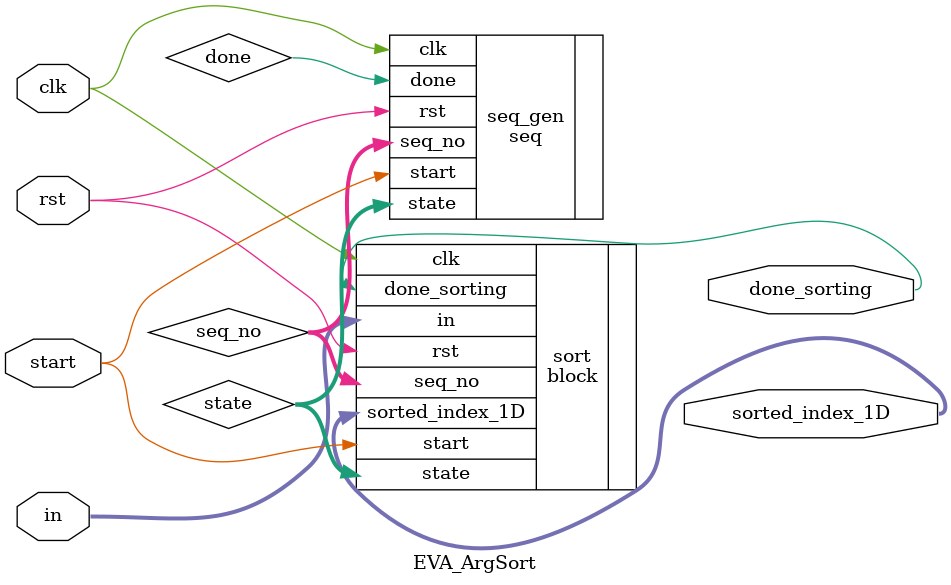
<source format=v>

`timescale 1ns / 1ps
//////////////////////////////////////////////////////////////////////////////////
// Company: 
// Engineer: 
// 
// Create Date: 14.03.2018 03:13:47
// Design Name: 
// Module Name: EVA_ArgSort
// Project Name: 
// Target Devices: 
// Tool Versions: 
// Description: 
// 
// Dependencies: 
// 
// Revision:
// Revision 0.01 - File Created
// Additional Comments:
// 
//////////////////////////////////////////////////////////////////////////////////


module EVA_ArgSort(clk, rst, start, in, done_sorting, sorted_index_1D

    );
    
    parameter bit_len = 18;
    parameter Number = 16;

    input clk;
    input rst;
    input start;
    input [bit_len*Number-1 : 0] in;
    output done_sorting;
    output [4*Number-1 : 0] sorted_index_1D;

    wire done;
    wire [3:0] seq_no;
    wire [2:0] state;    

    seq seq_gen(.clk(clk), .rst(rst), .start(start), .done(done), .seq_no(seq_no), .state(state)
                );

    block sort(.clk(clk), .rst(rst), .start(start), .seq_no(seq_no), .state(state), .in(in), .done_sorting(done_sorting), .sorted_index_1D(sorted_index_1D)
                );

endmodule

</source>
